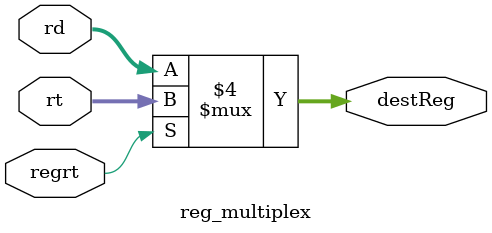
<source format=v>
`timescale 1ns / 1ps


module reg_multiplex(
    input wire [4:0] rt,
    input wire [4:0] rd,
    input wire regrt,
    output reg [4:0] destReg
);
    always @(*) begin
        if (regrt == 1'b0) begin
            destReg <= rd;
        end
        else begin
            destReg <= rt;
        end
    end
endmodule

</source>
